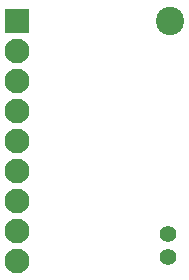
<source format=gbs>
G04 #@! TF.FileFunction,Soldermask,Bot*
%FSLAX46Y46*%
G04 Gerber Fmt 4.6, Leading zero omitted, Abs format (unit mm)*
G04 Created by KiCad (PCBNEW 4.0.6-e0-6349~52~ubuntu16.10.1) date Wed May  3 13:22:09 2017*
%MOMM*%
%LPD*%
G01*
G04 APERTURE LIST*
%ADD10C,0.100000*%
%ADD11C,1.400000*%
%ADD12R,2.100000X2.100000*%
%ADD13C,2.100000*%
%ADD14C,2.400000*%
G04 APERTURE END LIST*
D10*
D11*
X134750000Y-103050000D03*
X134750000Y-104950000D03*
D12*
X122000000Y-85000000D03*
D13*
X122000000Y-87540000D03*
X122000000Y-90080000D03*
X122000000Y-92620000D03*
X122000000Y-95160000D03*
X122000000Y-97700000D03*
X122000000Y-100240000D03*
X122000000Y-102780000D03*
X122000000Y-105320000D03*
D14*
X135000000Y-85000000D03*
M02*

</source>
